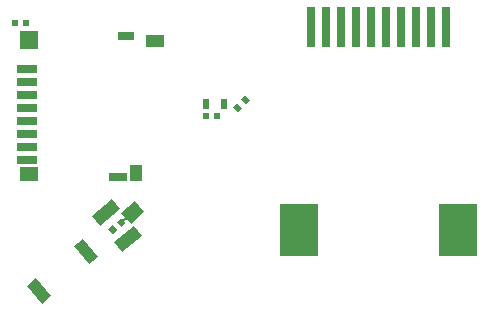
<source format=gbp>
G04 #@! TF.GenerationSoftware,KiCad,Pcbnew,5.1.5+dfsg1-2build2*
G04 #@! TF.CreationDate,2020-11-19T00:01:25+01:00*
G04 #@! TF.ProjectId,OtterCastAudioV2,4f747465-7243-4617-9374-417564696f56,rev?*
G04 #@! TF.SameCoordinates,Original*
G04 #@! TF.FileFunction,Paste,Bot*
G04 #@! TF.FilePolarity,Positive*
%FSLAX46Y46*%
G04 Gerber Fmt 4.6, Leading zero omitted, Abs format (unit mm)*
G04 Created by KiCad (PCBNEW 5.1.5+dfsg1-2build2) date 2020-11-19 00:01:25*
%MOMM*%
%LPD*%
G04 APERTURE LIST*
%ADD10R,0.500000X0.600000*%
%ADD11C,0.100000*%
%ADD12R,0.700000X3.500000*%
%ADD13R,3.280000X4.500000*%
%ADD14R,1.550000X1.000000*%
%ADD15R,1.500000X1.500000*%
%ADD16R,1.750000X0.700000*%
%ADD17R,1.400000X0.800000*%
%ADD18R,1.000000X1.450000*%
%ADD19R,1.500000X0.800000*%
%ADD20R,1.500000X1.300000*%
%ADD21R,0.600000X0.900000*%
G04 APERTURE END LIST*
D10*
X80320000Y-92700000D03*
X79380000Y-92700000D03*
D11*
G36*
X87677240Y-109811302D02*
G01*
X88062912Y-110270928D01*
X87679890Y-110592322D01*
X87294218Y-110132696D01*
X87677240Y-109811302D01*
G37*
G36*
X85918043Y-109068252D02*
G01*
X87603341Y-107654119D01*
X88310407Y-108496768D01*
X86625109Y-109910901D01*
X85918043Y-109068252D01*
G37*
G36*
X87782127Y-111289781D02*
G01*
X89467425Y-109875648D01*
X90174491Y-110718297D01*
X88489193Y-112132430D01*
X87782127Y-111289781D01*
G37*
G36*
X85181951Y-110991314D02*
G01*
X86467526Y-112523403D01*
X85701481Y-113166190D01*
X84415906Y-111634101D01*
X85181951Y-110991314D01*
G37*
G36*
X81718049Y-116508686D02*
G01*
X80432474Y-114976597D01*
X81198519Y-114333810D01*
X82484094Y-115865899D01*
X81718049Y-116508686D01*
G37*
G36*
X90347050Y-108745932D02*
G01*
X89197984Y-109710114D01*
X88876590Y-109327091D01*
X88654437Y-109513500D01*
X88782994Y-109666709D01*
X88399972Y-109988102D01*
X88014300Y-109528476D01*
X88397322Y-109207082D01*
X88525879Y-109360291D01*
X88748032Y-109173882D01*
X88426638Y-108790860D01*
X89575705Y-107826679D01*
X90347050Y-108745932D01*
G37*
D12*
X114645000Y-93100000D03*
X112105000Y-93100000D03*
X113375000Y-93100000D03*
X109565000Y-93100000D03*
X110835000Y-93100000D03*
X107025000Y-93100000D03*
X108295000Y-93100000D03*
X105755000Y-93100000D03*
X115915000Y-93100000D03*
X104485000Y-93100000D03*
D13*
X103440000Y-110250000D03*
X116960000Y-110250000D03*
D14*
X91250000Y-94225000D03*
D15*
X80575000Y-94175000D03*
D16*
X80450000Y-96625000D03*
X80450000Y-97725000D03*
X80450000Y-98825000D03*
X80450000Y-99925000D03*
X80450000Y-101025000D03*
X80450000Y-102125000D03*
X80450000Y-103225000D03*
D17*
X88825000Y-93825000D03*
D18*
X89675000Y-105450000D03*
D19*
X88175000Y-105775000D03*
D20*
X80575000Y-105525000D03*
D16*
X80450000Y-104325000D03*
D21*
X95600000Y-99600000D03*
X97100000Y-99600000D03*
D11*
G36*
X98232305Y-99493431D02*
G01*
X98656569Y-99917695D01*
X98303015Y-100271249D01*
X97878751Y-99846985D01*
X98232305Y-99493431D01*
G37*
G36*
X98896985Y-98828751D02*
G01*
X99321249Y-99253015D01*
X98967695Y-99606569D01*
X98543431Y-99182305D01*
X98896985Y-98828751D01*
G37*
D10*
X95580000Y-100600000D03*
X96520000Y-100600000D03*
M02*

</source>
